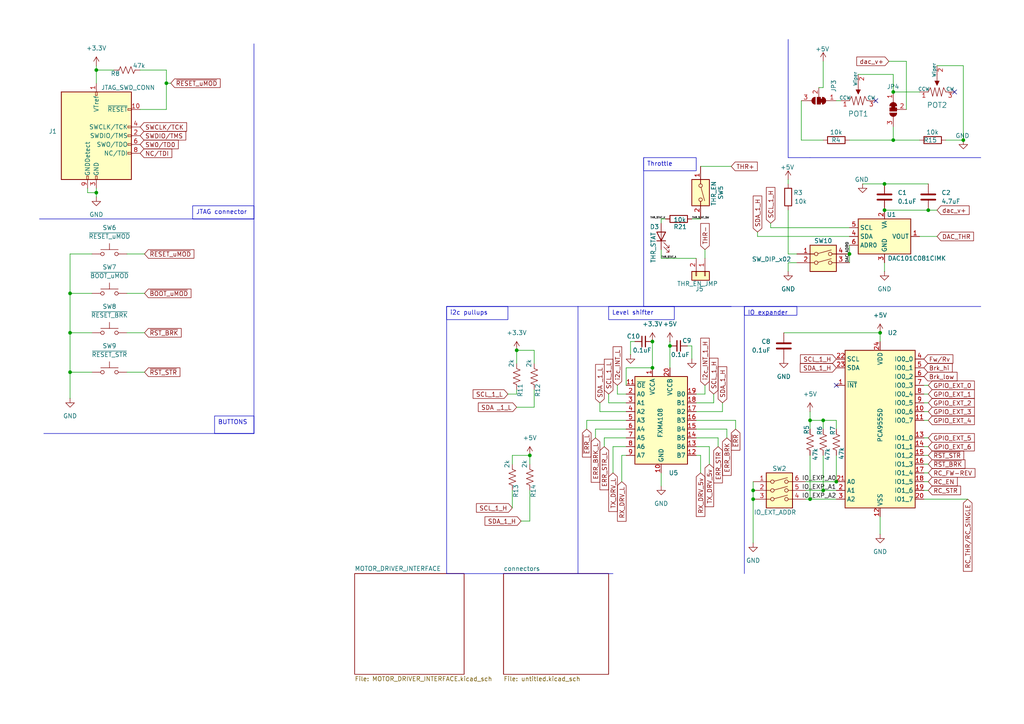
<source format=kicad_sch>
(kicad_sch (version 20231120) (generator "eeschema") (generator_version "8.0")
  (paper "A4")
  (title_block (title "AAV Edge Main") (date "2025-01-31") (rev "1") (company "Charlie Wadds"))
  (lib_symbols
    (symbol "Analog_DAC:DAC101C081CIMK"
      (property "Reference" "U" (at 2.54 8.89 0))
      (property "Value" "DAC101C081CIMK" (at 8.89 6.35 0))
      (symbol "DAC101C081CIMK_0_1"
        (rectangle (start -7.62 -5.08) (end 7.62 5.08) (stroke (width 0.254)) (fill (type background)))
      )
      (symbol "DAC101C081CIMK_1_1"
        (pin output line (at 10.16 0 180) (length 2.54) (name "VOUT") (number "1"))
        (pin power_in line (at 0 7.62 270) (length 2.54) (name "VA") (number "2"))
        (pin power_in line (at 0 -7.62 90) (length 2.54) (name "GND") (number "3"))
        (pin bidirectional line (at -10.16 0 0) (length 2.54) (name "SDA") (number "4"))
        (pin input line (at -10.16 2.54 0) (length 2.54) (name "SCL") (number "5"))
        (pin input line (at -10.16 -2.54 0) (length 2.54) (name "ADR0") (number "6"))
      )
    )
    (symbol "Connector:Conn_ARM_JTAG_SWD_10" (pin_names (offset 1.016))
      (property "Reference" "J" (at -2.54 16.51 0))
      (property "Value" "Conn_ARM_JTAG_SWD_10" (at -2.54 13.97 0))
      (symbol "Conn_ARM_JTAG_SWD_10_0_1"
        (rectangle (start -10.16 12.7) (end 10.16 -12.7) (stroke (width 0.254)) (fill (type background)))
        (rectangle (start -2.794 -12.7) (end -2.286 -11.684))
        (rectangle (start -0.254 -12.7) (end 0.254 -11.684))
        (rectangle (start -0.254 12.7) (end 0.254 11.684))
        (rectangle (start 9.144 2.286) (end 10.16 2.794))
        (rectangle (start 10.16 -2.794) (end 9.144 -2.286))
        (rectangle (start 10.16 -0.254) (end 9.144 0.254))
        (rectangle (start 10.16 7.874) (end 9.144 7.366))
      )
      (symbol "Conn_ARM_JTAG_SWD_10_1_1"
        (rectangle (start 9.144 -5.334) (end 10.16 -4.826))
        (pin power_in line (at 0 15.24 270) (length 2.54) (name "VTref") (number "1"))
        (pin open_collector line (at 12.7 7.62 180) (length 2.54) (name "~{RESET}") (number "10"))
        (pin bidirectional line (at 12.7 0 180) (length 2.54) (name "SWDIO/TMS") (number "2"))
        (pin power_in line (at 0 -15.24 90) (length 2.54) (name "GND") (number "3"))
        (pin output line (at 12.7 2.54 180) (length 2.54) (name "SWCLK/TCK") (number "4"))
        (pin passive line (at 0 -15.24 90) (length 2.54) hide (name "GND") (number "5"))
        (pin input line (at 12.7 -2.54 180) (length 2.54) (name "SWO/TDO") (number "6"))
        (pin no_connect line (at -10.16 0 0) (length 2.54) hide (name "KEY") (number "7"))
        (pin output line (at 12.7 -5.08 180) (length 2.54) (name "NC/TDI") (number "8"))
        (pin passive line (at -2.54 -15.24 90) (length 2.54) (name "GNDDetect") (number "9"))
      )
    )
    (symbol "Device:C" (pin_numbers hide) (pin_names (offset 0.254))
      (property "Reference" "C" (at 0.635 2.54 0))
      (property "Value" "C" (at 0.635 -2.54 0))
      (symbol "C_0_1"
        (polyline (pts (xy -2.032 -0.762) (xy 2.032 -0.762)) (stroke (width 0.508)))
        (polyline (pts (xy -2.032 0.762) (xy 2.032 0.762)) (stroke (width 0.508)))
      )
      (symbol "C_1_1"
        (pin passive line (at 0 3.81 270) (length 2.794) (name "~") (number "1"))
        (pin passive line (at 0 -3.81 90) (length 2.794) (name "~") (number "2"))
      )
    )
    (symbol "Device:C_Small" (pin_numbers hide) (pin_names (offset 0.254) hide)
      (property "Reference" "C" (at 0.254 1.778 0))
      (property "Value" "C_Small" (at 0.254 -2.032 0))
      (symbol "C_Small_0_1"
        (polyline (pts (xy -1.524 -0.508) (xy 1.524 -0.508)) (stroke (width 0.3302)))
        (polyline (pts (xy -1.524 0.508) (xy 1.524 0.508)) (stroke (width 0.3048)))
      )
      (symbol "C_Small_1_1"
        (pin passive line (at 0 2.54 270) (length 2.032) (name "~") (number "1"))
        (pin passive line (at 0 -2.54 90) (length 2.032) (name "~") (number "2"))
      )
    )
    (symbol "Device:LED" (pin_numbers hide) (pin_names (offset 1.016) hide)
      (property "Reference" "D" (at 0 2.54 0))
      (property "Value" "LED" (at 0 -2.54 0))
      (symbol "LED_0_1"
        (polyline (pts (xy -1.27 -1.27) (xy -1.27 1.27)) (stroke (width 0.254)))
        (polyline (pts (xy -1.27 0) (xy 1.27 0)))
        (polyline (pts (xy 1.27 -1.27) (xy 1.27 1.27) (xy -1.27 0) (xy 1.27 -1.27)) (stroke (width 0.254)))
        (polyline (pts (xy -3.048 -0.762) (xy -4.572 -2.286) (xy -3.81 -2.286) (xy -4.572 -2.286) (xy -4.572 -1.524)))
        (polyline (pts (xy -1.778 -0.762) (xy -3.302 -2.286) (xy -2.54 -2.286) (xy -3.302 -2.286) (xy -3.302 -1.524)))
      )
      (symbol "LED_1_1"
        (pin passive line (at -3.81 0 0) (length 2.54) (name "K") (number "1"))
        (pin passive line (at 3.81 0 180) (length 2.54) (name "A") (number "2"))
      )
    )
    (symbol "Device:R" (pin_numbers hide) (pin_names (offset 0))
      (property "Reference" "R" (at 2.032 0 90))
      (property "Value" "R" (at 0 0 90))
      (symbol "R_0_1"
        (rectangle (start -1.016 -2.54) (end 1.016 2.54) (stroke (width 0.254)))
      )
      (symbol "R_1_1"
        (pin passive line (at 0 3.81 270) (length 1.27) (name "~") (number "1"))
        (pin passive line (at 0 -3.81 90) (length 1.27) (name "~") (number "2"))
      )
    )
    (symbol "Device:R_US" (pin_numbers hide) (pin_names (offset 0))
      (property "Reference" "R" (at 2.54 0 90))
      (property "Value" "R_US" (at -2.54 0 90))
      (symbol "R_US_0_1"
        (polyline (pts (xy 0 -2.286) (xy 0 -2.54)))
        (polyline (pts (xy 0 2.286) (xy 0 2.54)))
        (polyline (pts (xy 0 -0.762) (xy 1.016 -1.143) (xy 0 -1.524) (xy -1.016 -1.905) (xy 0 -2.286)))
        (polyline (pts (xy 0 0.762) (xy 1.016 0.381) (xy 0 0) (xy -1.016 -0.381) (xy 0 -0.762)))
        (polyline (pts (xy 0 2.286) (xy 1.016 1.905) (xy 0 1.524) (xy -1.016 1.143) (xy 0 0.762)))
      )
      (symbol "R_US_1_1"
        (pin passive line (at 0 3.81 270) (length 1.27) (name "~") (number "1"))
        (pin passive line (at 0 -3.81 90) (length 1.27) (name "~") (number "2"))
      )
    )
    (symbol "Interface_Expansion:PCA9555D"
      (property "Reference" "U" (at -8.89 24.13 0))
      (property "Value" "PCA9555D" (at 6.35 24.13 0))
      (symbol "PCA9555D_0_1"
        (rectangle (start -10.16 22.86) (end 10.16 -22.86) (stroke (width 0.254)) (fill (type background)))
      )
      (symbol "PCA9555D_1_1"
        (pin open_collector line (at -12.7 12.7 0) (length 2.54) (name "~{INT}") (number "1"))
        (pin bidirectional line (at 12.7 5.08 180) (length 2.54) (name "IO0_6") (number "10"))
        (pin bidirectional line (at 12.7 2.54 180) (length 2.54) (name "IO0_7") (number "11"))
        (pin power_in line (at 0 -25.4 90) (length 2.54) (name "VSS") (number "12"))
        (pin bidirectional line (at 12.7 -2.54 180) (length 2.54) (name "IO1_0") (number "13"))
        (pin bidirectional line (at 12.7 -5.08 180) (length 2.54) (name "IO1_1") (number "14"))
        (pin bidirectional line (at 12.7 -7.62 180) (length 2.54) (name "IO1_2") (number "15"))
        (pin bidirectional line (at 12.7 -10.16 180) (length 2.54) (name "IO1_3") (number "16"))
        (pin bidirectional line (at 12.7 -12.7 180) (length 2.54) (name "IO1_4") (number "17"))
        (pin bidirectional line (at 12.7 -15.24 180) (length 2.54) (name "IO1_5") (number "18"))
        (pin bidirectional line (at 12.7 -17.78 180) (length 2.54) (name "IO1_6") (number "19"))
        (pin input line (at -12.7 -17.78 0) (length 2.54) (name "A1") (number "2"))
        (pin bidirectional line (at 12.7 -20.32 180) (length 2.54) (name "IO1_7") (number "20"))
        (pin input line (at -12.7 -15.24 0) (length 2.54) (name "A0") (number "21"))
        (pin input line (at -12.7 20.32 0) (length 2.54) (name "SCL") (number "22"))
        (pin bidirectional line (at -12.7 17.78 0) (length 2.54) (name "SDA") (number "23"))
        (pin power_in line (at 0 25.4 270) (length 2.54) (name "VDD") (number "24"))
        (pin input line (at -12.7 -20.32 0) (length 2.54) (name "A2") (number "3"))
        (pin bidirectional line (at 12.7 20.32 180) (length 2.54) (name "IO0_0") (number "4"))
        (pin bidirectional line (at 12.7 17.78 180) (length 2.54) (name "IO0_1") (number "5"))
        (pin bidirectional line (at 12.7 15.24 180) (length 2.54) (name "IO0_2") (number "6"))
        (pin bidirectional line (at 12.7 12.7 180) (length 2.54) (name "IO0_3") (number "7"))
        (pin bidirectional line (at 12.7 10.16 180) (length 2.54) (name "IO0_4") (number "8"))
        (pin bidirectional line (at 12.7 7.62 180) (length 2.54) (name "IO0_5") (number "9"))
      )
    )
    (symbol "Jumper:SolderJumper_3_Bridged12" (pin_names (offset 0) hide) (exclude_from_sim yes) (in_bom no)
      (property "Reference" "JP" (at -2.54 -2.54 0))
      (property "Value" "SolderJumper_3_Bridged12" (at 0 2.794 0))
      (symbol "SolderJumper_3_Bridged12_0_1"
        (rectangle (start -1.016 0.508) (end -0.508 -0.508) (fill (type outline)))
        (arc (start -1.016 1.016) (mid -2.0276 0) (end -1.016 -1.016))
        (arc (start -1.016 1.016) (mid -2.0276 0) (end -1.016 -1.016) (fill (type outline)))
        (rectangle (start -0.508 1.016) (end 0.508 -1.016) (fill (type outline)))
        (polyline (pts (xy -2.54 0) (xy -2.032 0)))
        (polyline (pts (xy -1.016 1.016) (xy -1.016 -1.016)))
        (polyline (pts (xy 0 -1.27) (xy 0 -1.016)))
        (polyline (pts (xy 1.016 1.016) (xy 1.016 -1.016)))
        (polyline (pts (xy 2.54 0) (xy 2.032 0)))
        (arc (start 1.016 -1.016) (mid 2.0276 0) (end 1.016 1.016))
        (arc (start 1.016 -1.016) (mid 2.0276 0) (end 1.016 1.016) (fill (type outline)))
      )
      (symbol "SolderJumper_3_Bridged12_1_1"
        (pin passive line (at -5.08 0 0) (length 2.54) (name "A") (number "1"))
        (pin passive line (at 0 -3.81 90) (length 2.54) (name "C") (number "2"))
        (pin passive line (at 5.08 0 180) (length 2.54) (name "B") (number "3"))
      )
    )
    (symbol "Logic_LevelTranslator:FXMA108"
      (property "Reference" "U" (at -6.35 13.97 0))
      (property "Value" "FXMA108" (at 7.62 13.97 0))
      (symbol "FXMA108_1_1"
        (rectangle (start -7.62 12.7) (end 7.62 -12.7) (stroke (width 0.254)) (fill (type background)))
        (pin power_in line (at -2.54 15.24 270) (length 2.54) (name "VCCA") (number "1"))
        (pin power_in line (at 0 -15.24 90) (length 2.54) (name "GND") (number "10"))
        (pin input line (at -10.16 10.16 0) (length 2.54) (name "~{OE}") (number "11"))
        (pin bidirectional line (at 10.16 -10.16 180) (length 2.54) (name "B7") (number "12"))
        (pin bidirectional line (at 10.16 -7.62 180) (length 2.54) (name "B6") (number "13"))
        (pin bidirectional line (at 10.16 -5.08 180) (length 2.54) (name "B5") (number "14"))
        (pin bidirectional line (at 10.16 -2.54 180) (length 2.54) (name "B4") (number "15"))
        (pin bidirectional line (at 10.16 0 180) (length 2.54) (name "B3") (number "16"))
        (pin bidirectional line (at 10.16 2.54 180) (length 2.54) (name "B2") (number "17"))
        (pin bidirectional line (at 10.16 5.08 180) (length 2.54) (name "B1") (number "18"))
        (pin bidirectional line (at 10.16 7.62 180) (length 2.54) (name "B0") (number "19"))
        (pin bidirectional line (at -10.16 7.62 0) (length 2.54) (name "A0") (number "2"))
        (pin power_in line (at 2.54 15.24 270) (length 2.54) (name "VCCB") (number "20"))
        (pin no_connect line (at 2.54 -12.7 90) (length 2.54) hide (name "NC") (number "21"))
        (pin bidirectional line (at -10.16 5.08 0) (length 2.54) (name "A1") (number "3"))
        (pin bidirectional line (at -10.16 2.54 0) (length 2.54) (name "A2") (number "4"))
        (pin bidirectional line (at -10.16 0 0) (length 2.54) (name "A3") (number "5"))
        (pin bidirectional line (at -10.16 -2.54 0) (length 2.54) (name "A4") (number "6"))
        (pin bidirectional line (at -10.16 -5.08 0) (length 2.54) (name "A5") (number "7"))
        (pin bidirectional line (at -10.16 -7.62 0) (length 2.54) (name "A6") (number "8"))
        (pin bidirectional line (at -10.16 -10.16 0) (length 2.54) (name "A7") (number "9"))
      )
    )
    (symbol "PCM_4ms_Connector:Conn_01x02" (pin_names (offset 1.016) hide)
      (property "Reference" "J" (at 0 2.54 0))
      (property "Value" "Conn_01x02" (at 0 -5.08 0))
      (symbol "Conn_01x02_1_1"
        (rectangle (start -1.27 -2.413) (end 0 -2.667) (stroke (width 0.1524)))
        (rectangle (start -1.27 0.127) (end 0 -0.127) (stroke (width 0.1524)))
        (rectangle (start -1.27 1.27) (end 1.27 -3.81) (stroke (width 0.254)) (fill (type background)))
        (pin passive line (at -5.08 0 0) (length 3.81) (name "Pin_1") (number "1"))
        (pin passive line (at -5.08 -2.54 0) (length 3.81) (name "Pin_2") (number "2"))
      )
    )
    (symbol "Switch:SW_DIP_x01" (pin_names (offset 0) hide)
      (property "Reference" "SW" (at 0 3.81 0))
      (property "Value" "SW_DIP_x01" (at 0 -3.81 0))
      (symbol "SW_DIP_x01_0_0"
        (circle (center -2.032 0) (radius 0.508))
        (polyline (pts (xy -1.524 0.127) (xy 2.3622 1.1684)))
        (circle (center 2.032 0) (radius 0.508))
      )
      (symbol "SW_DIP_x01_0_1"
        (rectangle (start -3.81 2.54) (end 3.81 -2.54) (stroke (width 0.254)) (fill (type background)))
      )
      (symbol "SW_DIP_x01_1_1"
        (pin passive line (at -7.62 0 0) (length 5.08) (name "~") (number "1"))
        (pin passive line (at 7.62 0 180) (length 5.08) (name "~") (number "2"))
      )
    )
    (symbol "Switch:SW_DIP_x02" (pin_names (offset 0) hide)
      (property "Reference" "SW" (at 0 6.35 0))
      (property "Value" "SW_DIP_x02" (at 0 -3.81 0))
      (symbol "SW_DIP_x02_0_0"
        (circle (center -2.032 0) (radius 0.508))
        (circle (center -2.032 2.54) (radius 0.508))
        (polyline (pts (xy -1.524 0.127) (xy 2.3622 1.1684)))
        (polyline (pts (xy -1.524 2.667) (xy 2.3622 3.7084)))
        (circle (center 2.032 0) (radius 0.508))
        (circle (center 2.032 2.54) (radius 0.508))
      )
      (symbol "SW_DIP_x02_0_1"
        (rectangle (start -3.81 5.08) (end 3.81 -2.54) (stroke (width 0.254)) (fill (type background)))
      )
      (symbol "SW_DIP_x02_1_1"
        (pin passive line (at -7.62 2.54 0) (length 5.08) (name "~") (number "1"))
        (pin passive line (at -7.62 0 0) (length 5.08) (name "~") (number "2"))
        (pin passive line (at 7.62 0 180) (length 5.08) (name "~") (number "3"))
        (pin passive line (at 7.62 2.54 180) (length 5.08) (name "~") (number "4"))
      )
    )
    (symbol "Switch:SW_DIP_x03" (pin_names (offset 0) hide)
      (property "Reference" "SW" (at 0 6.35 0))
      (property "Value" "SW_DIP_x03" (at 0 -6.35 0))
      (symbol "SW_DIP_x03_0_0"
        (circle (center -2.032 -2.54) (radius 0.508))
        (circle (center -2.032 0) (radius 0.508))
        (circle (center -2.032 2.54) (radius 0.508))
        (polyline (pts (xy -1.524 -2.413) (xy 2.3622 -1.3716)))
        (polyline (pts (xy -1.524 0.127) (xy 2.3622 1.1684)))
        (polyline (pts (xy -1.524 2.667) (xy 2.3622 3.7084)))
        (circle (center 2.032 -2.54) (radius 0.508))
        (circle (center 2.032 0) (radius 0.508))
        (circle (center 2.032 2.54) (radius 0.508))
      )
      (symbol "SW_DIP_x03_0_1"
        (rectangle (start -3.81 5.08) (end 3.81 -5.08) (stroke (width 0.254)) (fill (type background)))
      )
      (symbol "SW_DIP_x03_1_1"
        (pin passive line (at -7.62 2.54 0) (length 5.08) (name "~") (number "1"))
        (pin passive line (at -7.62 0 0) (length 5.08) (name "~") (number "2"))
        (pin passive line (at -7.62 -2.54 0) (length 5.08) (name "~") (number "3"))
        (pin passive line (at 7.62 -2.54 180) (length 5.08) (name "~") (number "4"))
        (pin passive line (at 7.62 0 180) (length 5.08) (name "~") (number "5"))
        (pin passive line (at 7.62 2.54 180) (length 5.08) (name "~") (number "6"))
      )
    )
    (symbol "Switch:SW_Push" (pin_numbers hide) (pin_names (offset 1.016) hide)
      (property "Reference" "SW" (at 1.27 2.54 0))
      (property "Value" "SW_Push" (at 0 -1.524 0))
      (symbol "SW_Push_0_1"
        (circle (center -2.032 0) (radius 0.508))
        (polyline (pts (xy 0 1.27) (xy 0 3.048)))
        (polyline (pts (xy 2.54 1.27) (xy -2.54 1.27)))
        (circle (center 2.032 0) (radius 0.508))
        (pin passive line (at -5.08 0 0) (length 2.54) (name "1") (number "1"))
        (pin passive line (at 5.08 0 180) (length 2.54) (name "2") (number "2"))
      )
    )
    (symbol "dk_Trimmer-Potentiometers:TC33X-2-103E" (pin_names (offset 0))
      (property "Reference" "POT" (at -5.334 4.318 0))
      (property "Value" "TC33X-2-103E" (at 0.254 -2.794 0))
      (symbol "TC33X-2-103E_0_1"
        (polyline (pts (xy 0 5.08) (xy 0 3.175)))
        (polyline (pts (xy -0.635 3.175) (xy 0.635 3.175) (xy 0 1.905) (xy -0.635 3.175)) (fill (type outline)))
        (polyline (pts (xy -2.54 0) (xy -1.905 1.27) (xy -1.27 -1.27) (xy -0.635 1.27) (xy 0 -1.27) (xy 0.635 1.27) (xy 1.27 -1.27) (xy 1.905 1.27) (xy 2.54 0)))
      )
      (symbol "TC33X-2-103E_1_1"
        (pin passive line (at -5.08 0 0) (length 2.54) (name "CCW") (number "1"))
        (pin passive line (at 0 7.62 270) (length 2.54) (name "Wiper") (number "2"))
        (pin passive line (at 5.08 0 180) (length 2.54) (name "CW") (number "3"))
      )
    )
    (symbol "power:+5V" (power) (pin_numbers hide) (pin_names (offset 0) hide)
      (property "Value" "+5V" (at 0 3.556 0))
      (symbol "+5V_0_1"
        (polyline (pts (xy -0.762 1.27) (xy 0 2.54)))
        (polyline (pts (xy 0 0) (xy 0 2.54)))
        (polyline (pts (xy 0 2.54) (xy 0.762 1.27)))
      )
      (symbol "+5V_1_1"
        (pin power_in line (at 0 0 90) (length 0) (name "~") (number "1"))
      )
    )
    (symbol "power:GND" (power) (pin_numbers hide) (pin_names (offset 0) hide)
      (property "Value" "GND" (at 0 -3.81 0))
      (symbol "GND_0_1"
        (polyline (pts (xy 0 0) (xy 0 -1.27) (xy 1.27 -1.27) (xy 0 -2.54) (xy -1.27 -1.27) (xy 0 -1.27)))
      )
      (symbol "GND_1_1"
        (pin power_in line (at 0 0 270) (length 0) (name "~") (number "1"))
      )
    )
  )
  (junction (at 218.44 142.24))
  (junction (at 20.32 96.52))
  (junction (at 259.08 40.64))
  (junction (at 218.44 144.78))
  (junction (at 256.54 53.34))
  (junction (at 255.27 96.52))
  (junction (at 149.86 101.6))
  (junction (at 256.54 60.96))
  (junction (at 234.95 144.78))
  (junction (at 242.57 139.7))
  (junction (at 234.95 121.92))
  (junction (at 259.08 26.67))
  (junction (at 194.31 100.33))
  (junction (at 238.76 121.92))
  (junction (at 189.23 99.06))
  (junction (at 27.94 20.32))
  (junction (at 269.24 60.96))
  (junction (at 279.4 40.64))
  (junction (at 238.76 142.24))
  (junction (at 246.38 73.66))
  (junction (at 20.32 107.95))
  (junction (at 48.26 24.13))
  (junction (at 189.23 106.68))
  (junction (at 20.32 85.09))
  (junction (at 153.67 132.08))
  (junction (at 27.94 55.88))
  (no_connect (at 276.86 26.67))
  (no_connect (at 254 29.21))
  (no_connect (at 242.57 111.76))
  (wire (pts (xy 176.53 114.3) (xy 176.53 116.84)))
  (polyline (pts (xy 215.9 88.9) (xy 215.9 166.37)))
  (wire (pts (xy 179.07 111.76) (xy 179.07 114.3)))
  (wire (pts (xy 269.24 137.16) (xy 267.97 137.16)))
  (wire (pts (xy 191.77 72.39) (xy 191.77 74.93)))
  (wire (pts (xy 27.94 19.05) (xy 27.94 20.32)))
  (wire (pts (xy 189.23 99.06) (xy 189.23 106.68)))
  (wire (pts (xy 210.82 124.46) (xy 201.93 124.46)))
  (wire (pts (xy 259.08 21.59) (xy 259.08 26.67)))
  (wire (pts (xy 269.24 116.84) (xy 267.97 116.84)))
  (polyline (pts (xy 212.09 88.9) (xy 186.69 88.9)))
  (wire (pts (xy 218.44 144.78) (xy 218.44 142.24)))
  (wire (pts (xy 203.2 48.26) (xy 212.09 48.26)))
  (wire (pts (xy 20.32 107.95) (xy 20.32 115.57)))
  (wire (pts (xy 269.24 111.76) (xy 267.97 111.76)))
  (wire (pts (xy 233.68 144.78) (xy 234.95 144.78)))
  (wire (pts (xy 279.4 19.05) (xy 279.4 40.64)))
  (wire (pts (xy 191.77 74.93) (xy 201.93 74.93)))
  (wire (pts (xy 153.67 132.08) (xy 153.67 134.62)))
  (wire (pts (xy 154.94 101.6) (xy 149.86 101.6)))
  (wire (pts (xy 205.74 134.62) (xy 205.74 129.54)))
  (wire (pts (xy 203.2 63.5) (xy 200.66 63.5)))
  (wire (pts (xy 228.6 73.66) (xy 231.14 73.66)))
  (wire (pts (xy 175.26 129.54) (xy 175.26 127)))
  (wire (pts (xy 48.26 24.13) (xy 49.53 24.13)))
  (wire (pts (xy 205.74 129.54) (xy 201.93 129.54)))
  (wire (pts (xy 48.26 24.13) (xy 48.26 31.75)))
  (wire (pts (xy 181.61 106.68) (xy 189.23 106.68)))
  (wire (pts (xy 41.91 85.09) (xy 36.83 85.09)))
  (wire (pts (xy 269.24 134.62) (xy 267.97 134.62)))
  (wire (pts (xy 259.08 40.64) (xy 266.7 40.64)))
  (wire (pts (xy 223.52 66.04) (xy 246.38 66.04)))
  (wire (pts (xy 209.55 116.84) (xy 209.55 119.38)))
  (wire (pts (xy 149.86 113.03) (xy 149.86 114.3)))
  (wire (pts (xy 256.54 53.34) (xy 269.24 53.34)))
  (wire (pts (xy 173.99 119.38) (xy 181.61 119.38)))
  (wire (pts (xy 181.61 111.76) (xy 181.61 106.68)))
  (wire (pts (xy 147.32 114.3) (xy 149.86 114.3)))
  (wire (pts (xy 184.15 99.06) (xy 182.88 99.06)))
  (wire (pts (xy 219.71 68.58) (xy 246.38 68.58)))
  (wire (pts (xy 177.8 137.16) (xy 177.8 129.54)))
  (wire (pts (xy 36.83 96.52) (xy 41.91 96.52)))
  (wire (pts (xy 204.47 114.3) (xy 201.93 114.3)))
  (wire (pts (xy 271.78 19.05) (xy 279.4 19.05)))
  (wire (pts (xy 209.55 119.38) (xy 201.93 119.38)))
  (wire (pts (xy 194.31 100.33) (xy 194.31 106.68)))
  (wire (pts (xy 20.32 73.66) (xy 20.32 85.09)))
  (wire (pts (xy 27.94 55.88) (xy 27.94 57.15)))
  (wire (pts (xy 233.68 139.7) (xy 242.57 139.7)))
  (wire (pts (xy 41.91 73.66) (xy 36.83 73.66)))
  (wire (pts (xy 227.33 96.52) (xy 255.27 96.52)))
  (wire (pts (xy 27.94 54.61) (xy 27.94 55.88)))
  (wire (pts (xy 204.47 111.76) (xy 204.47 114.3)))
  (wire (pts (xy 20.32 96.52) (xy 26.67 96.52)))
  (wire (pts (xy 250.19 53.34) (xy 256.54 53.34)))
  (wire (pts (xy 223.52 66.04) (xy 223.52 64.77)))
  (wire (pts (xy 219.71 67.31) (xy 219.71 68.58)))
  (wire (pts (xy 40.64 31.75) (xy 48.26 31.75)))
  (wire (pts (xy 280.67 144.78) (xy 267.97 144.78)))
  (polyline (pts (xy 228.6 11.43) (xy 228.6 45.72)))
  (wire (pts (xy 149.86 101.6) (xy 149.86 105.41)))
  (wire (pts (xy 255.27 149.86) (xy 255.27 154.94)))
  (wire (pts (xy 172.72 124.46) (xy 181.61 124.46)))
  (wire (pts (xy 20.32 85.09) (xy 26.67 85.09)))
  (wire (pts (xy 246.38 71.12) (xy 246.38 73.66)))
  (wire (pts (xy 271.78 68.58) (xy 266.7 68.58)))
  (polyline (pts (xy 73.66 63.5) (xy 73.66 125.73)))
  (polyline (pts (xy 167.64 88.9) (xy 215.9 88.9)))
  (wire (pts (xy 269.24 114.3) (xy 267.97 114.3)))
  (wire (pts (xy 182.88 99.06) (xy 182.88 102.87)))
  (wire (pts (xy 228.6 76.2) (xy 231.14 76.2)))
  (wire (pts (xy 148.59 132.08) (xy 153.67 132.08)))
  (wire (pts (xy 269.24 132.08) (xy 267.97 132.08)))
  (wire (pts (xy 201.93 127) (xy 208.28 127)))
  (wire (pts (xy 213.36 121.92) (xy 201.93 121.92)))
  (polyline (pts (xy 11.43 63.5) (xy 73.66 63.5)))
  (wire (pts (xy 180.34 139.7) (xy 180.34 132.08)))
  (wire (pts (xy 269.24 129.54) (xy 267.97 129.54)))
  (wire (pts (xy 269.24 127) (xy 267.97 127)))
  (wire (pts (xy 246.38 40.64) (xy 259.08 40.64)))
  (wire (pts (xy 170.18 121.92) (xy 181.61 121.92)))
  (wire (pts (xy 176.53 116.84) (xy 181.61 116.84)))
  (polyline (pts (xy 234.95 45.72) (xy 228.6 45.72)))
  (wire (pts (xy 256.54 60.96) (xy 269.24 60.96)))
  (wire (pts (xy 207.01 116.84) (xy 201.93 116.84)))
  (wire (pts (xy 180.34 132.08) (xy 181.61 132.08)))
  (wire (pts (xy 259.08 26.67) (xy 266.7 26.67)))
  (wire (pts (xy 48.26 20.32) (xy 48.26 24.13)))
  (wire (pts (xy 228.6 60.96) (xy 228.6 73.66)))
  (wire (pts (xy 238.76 142.24) (xy 242.57 142.24)))
  (wire (pts (xy 242.57 29.21) (xy 243.84 29.21)))
  (wire (pts (xy 232.41 40.64) (xy 238.76 40.64)))
  (wire (pts (xy 269.24 119.38) (xy 267.97 119.38)))
  (wire (pts (xy 238.76 121.92) (xy 234.95 121.92)))
  (wire (pts (xy 218.44 139.7) (xy 218.44 142.24)))
  (polyline (pts (xy 234.95 45.72) (xy 284.48 45.72)))
  (polyline (pts (xy 12.7 125.73) (xy 73.66 125.73)))
  (wire (pts (xy 207.01 114.3) (xy 207.01 116.84)))
  (wire (pts (xy 269.24 121.92) (xy 267.97 121.92)))
  (wire (pts (xy 228.6 52.07) (xy 228.6 53.34)))
  (wire (pts (xy 194.31 99.06) (xy 194.31 100.33)))
  (wire (pts (xy 154.94 118.11) (xy 149.86 118.11)))
  (wire (pts (xy 238.76 121.92) (xy 238.76 124.46)))
  (wire (pts (xy 193.04 63.5) (xy 191.77 63.5)))
  (wire (pts (xy 25.4 55.88) (xy 27.94 55.88)))
  (wire (pts (xy 238.76 132.08) (xy 238.76 142.24)))
  (wire (pts (xy 148.59 142.24) (xy 148.59 147.32)))
  (wire (pts (xy 262.89 17.78) (xy 262.89 31.75)))
  (wire (pts (xy 153.67 151.13) (xy 151.13 151.13)))
  (wire (pts (xy 274.32 40.64) (xy 279.4 40.64)))
  (wire (pts (xy 199.39 100.33) (xy 200.66 100.33)))
  (wire (pts (xy 257.81 17.78) (xy 262.89 17.78)))
  (wire (pts (xy 200.66 100.33) (xy 200.66 104.14)))
  (wire (pts (xy 256.54 76.2) (xy 256.54 78.74)))
  (wire (pts (xy 237.49 25.4) (xy 238.76 25.4)))
  (wire (pts (xy 25.4 54.61) (xy 25.4 55.88)))
  (wire (pts (xy 26.67 73.66) (xy 20.32 73.66)))
  (wire (pts (xy 26.67 107.95) (xy 20.32 107.95)))
  (wire (pts (xy 153.67 142.24) (xy 153.67 151.13)))
  (polyline (pts (xy 284.48 88.9) (xy 215.9 88.9)))
  (wire (pts (xy 234.95 121.92) (xy 234.95 124.46)))
  (wire (pts (xy 203.2 132.08) (xy 201.93 132.08)))
  (wire (pts (xy 20.32 96.52) (xy 20.32 85.09)))
  (wire (pts (xy 242.57 121.92) (xy 238.76 121.92)))
  (wire (pts (xy 213.36 124.46) (xy 213.36 121.92)))
  (wire (pts (xy 259.08 40.64) (xy 259.08 36.83)))
  (polyline (pts (xy 129.54 166.37) (xy 177.8 166.37)))
  (polyline (pts (xy 167.64 88.9) (xy 129.54 88.9)))
  (polyline (pts (xy 186.69 45.72) (xy 186.69 88.9)))
  (wire (pts (xy 208.28 129.54) (xy 208.28 127)))
  (wire (pts (xy 36.83 107.95) (xy 41.91 107.95)))
  (wire (pts (xy 191.77 137.16) (xy 191.77 140.97)))
  (wire (pts (xy 175.26 127) (xy 181.61 127)))
  (wire (pts (xy 233.68 142.24) (xy 238.76 142.24)))
  (wire (pts (xy 218.44 144.78) (xy 218.44 157.48)))
  (wire (pts (xy 242.57 132.08) (xy 242.57 139.7)))
  (wire (pts (xy 40.64 20.32) (xy 48.26 20.32)))
  (wire (pts (xy 27.94 20.32) (xy 33.02 20.32)))
  (wire (pts (xy 234.95 132.08) (xy 234.95 144.78)))
  (wire (pts (xy 234.95 119.38) (xy 234.95 121.92)))
  (wire (pts (xy 148.59 134.62) (xy 148.59 132.08)))
  (wire (pts (xy 204.47 74.93) (xy 204.47 72.39)))
  (polyline (pts (xy 129.54 88.9) (xy 129.54 166.37)))
  (wire (pts (xy 255.27 96.52) (xy 255.27 99.06)))
  (wire (pts (xy 210.82 127) (xy 210.82 124.46)))
  (wire (pts (xy 173.99 116.84) (xy 173.99 119.38)))
  (wire (pts (xy 246.38 73.66) (xy 246.38 76.2)))
  (wire (pts (xy 179.07 114.3) (xy 181.61 114.3)))
  (wire (pts (xy 271.78 60.96) (xy 269.24 60.96)))
  (wire (pts (xy 269.24 142.24) (xy 267.97 142.24)))
  (wire (pts (xy 172.72 127) (xy 172.72 124.46)))
  (wire (pts (xy 269.24 139.7) (xy 267.97 139.7)))
  (polyline (pts (xy 73.66 12.7) (xy 73.66 63.5)))
  (polyline (pts (xy 167.64 166.37) (xy 167.64 88.9)))
  (wire (pts (xy 248.92 21.59) (xy 259.08 21.59)))
  (wire (pts (xy 154.94 105.41) (xy 154.94 101.6)))
  (wire (pts (xy 170.18 124.46) (xy 170.18 121.92)))
  (wire (pts (xy 232.41 29.21) (xy 232.41 40.64)))
  (wire (pts (xy 234.95 144.78) (xy 242.57 144.78)))
  (wire (pts (xy 238.76 17.78) (xy 238.76 25.4)))
  (wire (pts (xy 177.8 129.54) (xy 181.61 129.54)))
  (wire (pts (xy 27.94 20.32) (xy 27.94 24.13)))
  (wire (pts (xy 228.6 78.74) (xy 228.6 76.2)))
  (wire (pts (xy 242.57 124.46) (xy 242.57 121.92)))
  (wire (pts (xy 20.32 96.52) (xy 20.32 107.95)))
  (wire (pts (xy 191.77 63.5) (xy 191.77 64.77)))
  (wire (pts (xy 203.2 137.16) (xy 203.2 132.08)))
  (wire (pts (xy 154.94 113.03) (xy 154.94 118.11)))
  (text_box "Throttle" (at 186.69 45.72 0) (size 15.24 3.81) (effects (font (size 1.27 1.27)) (justify left top)))
  (text_box "IO expander" (at 215.9 88.9 0) (size 15.24 2.54) (effects (font (size 1.27 1.27)) (justify left top)))
  (text_box "JTAG connector\n" (at 55.88 59.69 0) (size 17.78 3.81) (effects (font (size 1.27 1.27)) (justify left top)))
  (text_box "i2c pullups" (at 129.54 88.9 0) (size 17.78 3.81) (effects (font (size 1.27 1.27)) (justify left top)))
  (text_box "Level shifter" (at 176.53 88.9 0) (size 19.05 3.81) (effects (font (size 1.27 1.27)) (justify left top)))
  (text_box "BUTTONS" (at 62.23 120.65 0) (size 11.43 5.08) (effects (font (size 1.27 1.27)) (justify left top)))
  (label "IO_EXP_A0" (at 242.57 139.7 180))
  (label "IO_EXP_A2" (at 242.57 144.78 180))
  (label "THR_STAT_K" (at 193.04 63.5 180) (effects (font (size 0.5 0.5))))
  (label "THR_STAT_A" (at 191.77 74.93 0) (effects (font (size 0.5 0.5))))
  (label "DAC_ADR0" (at 246.38 76.2 90) (effects (font (size 0.8 0.8))))
  (label "THR_STAT_SW" (at 200.66 63.5 0) (effects (font (size 0.5 0.5))))
  (label "IO_EXP_A1" (at 242.57 142.24 180))
  (global_label "ERR_BRK" (shape input) (at 210.82 127 270) (property "Intersheetrefs" "${INTERSHEET_REFS}" (effects (hide yes))))
  (global_label "SDA _1_L" (shape input) (at 173.99 116.84 90) (property "Intersheetrefs" "${INTERSHEET_REFS}" (effects (hide yes))))
  (global_label "SDA_1_H" (shape input) (at 151.13 151.13 180) (property "Intersheetrefs" "${INTERSHEET_REFS}" (effects (hide yes))))
  (global_label "ERR_STR" (shape input) (at 208.28 129.54 270) (property "Intersheetrefs" "${INTERSHEET_REFS}" (effects (hide yes))))
  (global_label "DAC_THR" (shape input) (at 271.78 68.58 0) (property "Intersheetrefs" "${INTERSHEET_REFS}" (effects (hide yes))))
  (global_label "~{RST_BRK}" (shape input) (at 41.91 96.52 0) (property "Intersheetrefs" "${INTERSHEET_REFS}" (effects (hide yes))))
  (global_label "SDA_1_H" (shape input) (at 219.71 67.31 90) (property "Intersheetrefs" "${INTERSHEET_REFS}" (effects (hide yes))))
  (global_label "RX_DRV_5v" (shape input) (at 203.2 137.16 270) (property "Intersheetrefs" "${INTERSHEET_REFS}" (effects (hide yes))))
  (global_label "SCL_1_H" (shape input) (at 223.52 64.77 90) (property "Intersheetrefs" "${INTERSHEET_REFS}" (effects (hide yes))))
  (global_label "~{RST_STR}" (shape input) (at 41.91 107.95 0) (property "Intersheetrefs" "${INTERSHEET_REFS}" (effects (hide yes))))
  (global_label "i2c_INT_1_H" (shape input) (at 204.47 111.76 90) (property "Intersheetrefs" "${INTERSHEET_REFS}" (effects (hide yes))))
  (global_label "SDA_1_H" (shape input) (at 209.55 116.84 90) (property "Intersheetrefs" "${INTERSHEET_REFS}" (effects (hide yes))))
  (global_label "SCL_1_H" (shape input) (at 148.59 147.32 180) (property "Intersheetrefs" "${INTERSHEET_REFS}" (effects (hide yes))))
  (global_label "GPIO_EXT_3" (shape input) (at 269.24 119.38 0) (property "Intersheetrefs" "${INTERSHEET_REFS}" (effects (hide yes))))
  (global_label "GPIO_EXT_0" (shape input) (at 269.24 111.76 0) (property "Intersheetrefs" "${INTERSHEET_REFS}" (effects (hide yes))))
  (global_label "~{ERR}" (shape input) (at 213.36 124.46 270) (property "Intersheetrefs" "${INTERSHEET_REFS}" (effects (hide yes))))
  (global_label "~{RESET_uMOD}" (shape input) (at 41.91 73.66 0) (property "Intersheetrefs" "${INTERSHEET_REFS}" (effects (hide yes))))
  (global_label "SCL_1_H" (shape input) (at 242.57 104.14 180) (property "Intersheetrefs" "${INTERSHEET_REFS}" (effects (hide yes))))
  (global_label "RC_FW-REV" (shape input) (at 269.24 137.16 0) (property "Intersheetrefs" "${INTERSHEET_REFS}" (effects (hide yes))))
  (global_label "~{BOOT_uMOD}" (shape input) (at 41.91 85.09 0) (property "Intersheetrefs" "${INTERSHEET_REFS}" (effects (hide yes))))
  (global_label "SW0{slash}TD0" (shape input) (at 40.64 41.91 0) (property "Intersheetrefs" "${INTERSHEET_REFS}" (effects (hide yes))))
  (global_label "GPIO_EXT_5" (shape input) (at 269.24 127 0) (property "Intersheetrefs" "${INTERSHEET_REFS}" (effects (hide yes))))
  (global_label "SWDIO{slash}TMS" (shape input) (at 40.64 39.37 0) (property "Intersheetrefs" "${INTERSHEET_REFS}" (effects (hide yes))))
  (global_label "i2c_INT_L" (shape input) (at 179.07 111.76 90) (property "Intersheetrefs" "${INTERSHEET_REFS}" (effects (hide yes))))
  (global_label "RC_THR{slash}RC_SINGLE" (shape input) (at 280.67 144.78 270) (property "Intersheetrefs" "${INTERSHEET_REFS}" (effects (hide yes))))
  (global_label "THR-" (shape input) (at 204.47 72.39 90) (property "Intersheetrefs" "${INTERSHEET_REFS}" (effects (hide yes))))
  (global_label "Brk_low" (shape input) (at 267.97 109.22 0) (property "Intersheetrefs" "${INTERSHEET_REFS}" (effects (hide yes))))
  (global_label "ERR_STR_L" (shape input) (at 175.26 129.54 270) (property "Intersheetrefs" "${INTERSHEET_REFS}" (effects (hide yes))))
  (global_label "GPIO_EXT_4" (shape input) (at 269.24 121.92 0) (property "Intersheetrefs" "${INTERSHEET_REFS}" (effects (hide yes))))
  (global_label "SCL_1_H" (shape input) (at 207.01 114.3 90) (property "Intersheetrefs" "${INTERSHEET_REFS}" (effects (hide yes))))
  (global_label "RC_EN" (shape input) (at 269.24 139.7 0) (property "Intersheetrefs" "${INTERSHEET_REFS}" (effects (hide yes))))
  (global_label "Fw{slash}Rv" (shape input) (at 267.97 104.14 0) (property "Intersheetrefs" "${INTERSHEET_REFS}" (effects (hide yes))))
  (global_label "TX_DRV_L" (shape input) (at 177.8 137.16 270) (property "Intersheetrefs" "${INTERSHEET_REFS}" (effects (hide yes))))
  (global_label "dac_v+" (shape input) (at 271.78 60.96 0) (property "Intersheetrefs" "${INTERSHEET_REFS}" (effects (hide yes))))
  (global_label "dac_v+" (shape input) (at 257.81 17.78 180) (property "Intersheetrefs" "${INTERSHEET_REFS}" (effects (hide yes))))
  (global_label "RX_DRV_L" (shape input) (at 180.34 139.7 270) (property "Intersheetrefs" "${INTERSHEET_REFS}" (effects (hide yes))))
  (global_label "NC{slash}TDI" (shape input) (at 40.64 44.45 0) (property "Intersheetrefs" "${INTERSHEET_REFS}" (effects (hide yes))))
  (global_label "GPIO_EXT_1" (shape input) (at 269.24 114.3 0) (property "Intersheetrefs" "${INTERSHEET_REFS}" (effects (hide yes))))
  (global_label "SWCLK{slash}TCK" (shape input) (at 40.64 36.83 0) (property "Intersheetrefs" "${INTERSHEET_REFS}" (effects (hide yes))))
  (global_label "Brk_hi" (shape input) (at 267.97 106.68 0) (property "Intersheetrefs" "${INTERSHEET_REFS}" (effects (hide yes))))
  (global_label "SCL_1_L" (shape input) (at 147.32 114.3 180) (property "Intersheetrefs" "${INTERSHEET_REFS}" (effects (hide yes))))
  (global_label "~{RST_BRK}" (shape input) (at 269.24 134.62 0) (property "Intersheetrefs" "${INTERSHEET_REFS}" (effects (hide yes))))
  (global_label "GPIO_EXT_6" (shape input) (at 269.24 129.54 0) (property "Intersheetrefs" "${INTERSHEET_REFS}" (effects (hide yes))))
  (global_label "RC_STR" (shape input) (at 269.24 142.24 0) (property "Intersheetrefs" "${INTERSHEET_REFS}" (effects (hide yes))))
  (global_label "THR+" (shape input) (at 212.09 48.26 0) (property "Intersheetrefs" "${INTERSHEET_REFS}" (effects (hide yes))))
  (global_label "TX_DRV_5v" (shape input) (at 205.74 134.62 270) (property "Intersheetrefs" "${INTERSHEET_REFS}" (effects (hide yes))))
  (global_label "SDA_1_H" (shape input) (at 242.57 106.68 180) (property "Intersheetrefs" "${INTERSHEET_REFS}" (effects (hide yes))))
  (global_label "SCL_1_L" (shape input) (at 176.53 114.3 90) (property "Intersheetrefs" "${INTERSHEET_REFS}" (effects (hide yes))))
  (global_label "~{RST_STR}" (shape input) (at 269.24 132.08 0) (property "Intersheetrefs" "${INTERSHEET_REFS}" (effects (hide yes))))
  (global_label "~{ERR_L}" (shape input) (at 170.18 124.46 270) (property "Intersheetrefs" "${INTERSHEET_REFS}" (effects (hide yes))))
  (global_label "ERR_BRK_L" (shape input) (at 172.72 127 270) (property "Intersheetrefs" "${INTERSHEET_REFS}" (effects (hide yes))))
  (global_label "GPIO_EXT_2" (shape input) (at 269.24 116.84 0) (property "Intersheetrefs" "${INTERSHEET_REFS}" (effects (hide yes))))
  (global_label "~{RESET_uMOD}" (shape input) (at 49.53 24.13 0) (property "Intersheetrefs" "${INTERSHEET_REFS}" (effects (hide yes))))
  (global_label "SDA _1_L" (shape input) (at 149.86 118.11 180) (property "Intersheetrefs" "${INTERSHEET_REFS}" (effects (hide yes))))
  (symbol (lib_id "PCM_4ms_Connector:Conn_01x02") (at 204.47 80.01 270) (unit 1)
    (property "Reference" "J5" (at 201.676 83.82 90) (effects (justify left)))
    (property "Value" "THR_EN_JMP" (at 196.342 82.296 90) (effects (justify left)))
    (property "Footprint" "Connector_PinHeader_1.27mm:PinHeader_1x02_P1.27mm_Horizontal" (effects (hide yes)))
    (property "Description" "HEADER 1x2 MALE PINS 0.100” 180deg" (effects (hide yes)))
    (property "Specifications" "Pins_01x02, Header, Male Pins, 1*2, spacing 2.54mm, straight pin" (effects (hide yes)))
    (property "Manufacturer" "TAD" (effects (hide yes)))
    (property "Part Number" "1-0201FBV0T" (effects (hide yes)))
  )
  (symbol (lib_id "power:GND") (at 256.54 78.74 0) (unit 1)
    (property "Reference" "#PWR04" (effects (hide yes)))
    (property "Value" "GND" (at 256.54 83.82 0))
    (property "Description" "Power symbol creates a global label with name \"GND\" , ground" (effects (hide yes)))
  )
  (symbol (lib_id "power:GND") (at 191.77 140.97 0) (unit 1)
    (property "Reference" "#PWR020" (effects (hide yes)))
    (property "Value" "GND" (at 191.77 146.05 0))
    (property "Description" "Power symbol creates a global label with name \"GND\" , ground" (effects (hide yes)))
  )
  (symbol (lib_id "Device:R_US") (at 149.86 109.22 180) (unit 1)
    (property "Reference" "R11" (at 150.876 111.252 90) (effects (justify left)))
    (property "Value" "2k" (at 148.336 104.14 90) (effects (justify left)))
    (property "Footprint" "Resistor_SMD:R_1206_3216Metric" (effects (hide yes)))
    (property "Description" "Resistor, US symbol" (effects (hide yes)))
  )
  (symbol (lib_id "Device:R_US") (at 242.57 128.27 0) (unit 1)
    (property "Reference" "R7" (at 241.554 126.238 90) (effects (justify left)))
    (property "Value" "47k" (at 244.094 133.35 90) (effects (justify left)))
    (property "Footprint" "Resistor_SMD:R_1206_3216Metric" (effects (hide yes)))
    (property "Description" "Resistor, US symbol" (effects (hide yes)))
  )
  (symbol (lib_id "Device:C_Small") (at 186.69 99.06 90) (mirror x) (unit 1)
    (property "Reference" "C10" (at 185.674 97.536 90) (effects (justify left)))
    (property "Value" "0.1uF" (at 188.976 101.6 90) (effects (justify left)))
    (property "Footprint" "Capacitor_SMD:C_1206_3216Metric" (effects (hide yes)))
    (property "Description" "Unpolarized capacitor, small symbol" (effects (hide yes)))
  )
  (symbol (lib_id "power:GND") (at 218.44 157.48 0) (unit 1)
    (property "Reference" "#PWR015" (effects (hide yes)))
    (property "Value" "GND" (at 218.44 162.56 0))
    (property "Description" "Power symbol creates a global label with name \"GND\" , ground" (effects (hide yes)))
  )
  (symbol (lib_id "power:+5V") (at 149.86 101.6 0) (unit 1)
    (property "Reference" "#PWR06" (effects (hide yes)))
    (property "Value" "+3.3V" (at 149.86 96.52 0))
    (property "Description" "Power symbol creates a global label with name \"+5V\"" (effects (hide yes)))
  )
  (symbol (lib_id "Switch:SW_Push") (at 31.75 73.66 0) (unit 1)
    (property "Reference" "SW6" (at 31.75 66.04 0))
    (property "Value" "~{RESET_uMOD}" (at 31.75 68.58 0))
    (property "Footprint" "Button_Switch_SMD:SW_Push_SPST_NO_Alps_SKRK" (effects (hide yes)))
    (property "Description" "Push button switch, generic, two pins" (effects (hide yes)))
  )
  (symbol (lib_id "Connector:Conn_ARM_JTAG_SWD_10") (at 27.94 39.37 0) (unit 1)
    (property "Reference" "J1" (at 16.51 38.0999 0) (effects (justify right)))
    (property "Value" "JTAG_SWD_CONN" (at 44.958 25.4 0) (effects (justify right)))
    (property "Footprint" "Connector_PinHeader_1.27mm:PinHeader_2x05_P1.27mm_Horizontal" (effects (hide yes)))
    (property "Datasheet" "http://infocenter.arm.com/help/topic/com.arm.doc.ddi0314h/DDI0314H_coresight_components_trm.pdf" (effects (hide yes)))
    (property "Description" "Cortex Debug Connector, standard ARM Cortex-M SWD and JTAG interface" (effects (hide yes)))
  )
  (symbol (lib_id "Device:R") (at 228.6 57.15 180) (unit 1)
    (property "Reference" "R3" (at 230.124 55.88 0) (effects (justify right)))
    (property "Value" "10k" (at 230.378 58.42 0) (effects (justify right)))
    (property "Footprint" "Resistor_SMD:R_1206_3216Metric" (effects (hide yes)))
    (property "Description" "Resistor" (effects (hide yes)))
  )
  (symbol (lib_id "power:+5V") (at 228.6 52.07 0) (unit 1)
    (property "Reference" "#PWR01" (effects (hide yes)))
    (property "Value" "+5V" (at 228.346 48.514 0))
    (property "Description" "Power symbol creates a global label with name \"+5V\"" (effects (hide yes)))
  )
  (symbol (lib_id "power:GND") (at 182.88 102.87 0) (mirror y) (unit 1)
    (property "Reference" "#PWR073" (effects (hide yes)))
    (property "Value" "GND" (effects (hide yes)))
    (property "Description" "Power symbol creates a global label with name \"GND\" , ground" (effects (hide yes)))
  )
  (symbol (lib_id "power:GND") (at 250.19 53.34 0) (unit 1)
    (property "Reference" "#PWR02" (effects (hide yes)))
    (property "Value" "GND" (at 249.936 52.07 0))
    (property "Description" "Power symbol creates a global label with name \"GND\" , ground" (effects (hide yes)))
  )
  (symbol (lib_id "Device:R_US") (at 148.59 138.43 180) (unit 1)
    (property "Reference" "R13" (at 149.606 140.462 90) (effects (justify left)))
    (property "Value" "2k" (at 147.066 133.35 90) (effects (justify left)))
    (property "Footprint" "Resistor_SMD:R_1206_3216Metric" (effects (hide yes)))
    (property "Description" "Resistor, US symbol" (effects (hide yes)))
  )
  (symbol (lib_id "power:GND") (at 228.6 78.74 0) (unit 1)
    (property "Reference" "#PWR066" (effects (hide yes)))
    (property "Value" "GND" (at 228.6 83.82 0))
    (property "Description" "Power symbol creates a global label with name \"GND\" , ground" (effects (hide yes)))
  )
  (symbol (lib_id "Device:C") (at 269.24 57.15 0) (unit 1)
    (property "Reference" "C2" (at 273.05 55.8799 0) (effects (justify left)))
    (property "Value" "4.7uF" (at 273.05 58.4199 0) (effects (justify left)))
    (property "Footprint" "Capacitor_SMD:C_1206_3216Metric" (effects (hide yes)))
    (property "Description" "Unpolarized capacitor" (effects (hide yes)))
  )
  (symbol (lib_id "Device:C_Small") (at 196.85 100.33 270) (unit 1)
    (property "Reference" "C9" (at 197.866 98.806 90) (effects (justify left)))
    (property "Value" "0.1uF" (at 194.564 102.87 90) (effects (justify left)))
    (property "Footprint" "Capacitor_SMD:C_1206_3216Metric" (effects (hide yes)))
    (property "Description" "Unpolarized capacitor, small symbol" (effects (hide yes)))
  )
  (symbol (lib_id "Switch:SW_DIP_x03") (at 226.06 142.24 0) (unit 1)
    (property "Reference" "SW2" (at 226.06 135.89 0))
    (property "Value" "IO_EXT_ADDR" (at 224.79 148.59 0))
    (property "Footprint" "Button_Switch_SMD:SW_DIP_SPSTx03_Slide_6.7x9.18mm_W6.73mm_P2.54mm_LowProfile_JPin" (effects (hide yes)))
    (property "Description" "3x DIP Switch, Single Pole Single Throw (SPST) switch, small symbol" (effects (hide yes)))
  )
  (symbol (lib_id "power:+5V") (at 189.23 99.06 0) (unit 1)
    (property "Reference" "#PWR018" (effects (hide yes)))
    (property "Value" "+3.3V" (at 189.23 93.98 0))
    (property "Description" "Power symbol creates a global label with name \"+5V\"" (effects (hide yes)))
  )
  (symbol (lib_id "Device:C") (at 227.33 100.33 0) (mirror x) (unit 1)
    (property "Reference" "C8" (at 223.52 99.0599 0) (effects (justify right)))
    (property "Value" "0.1uF" (at 223.52 101.5999 0) (effects (justify right)))
    (property "Footprint" "Capacitor_SMD:C_1206_3216Metric" (effects (hide yes)))
    (property "Description" "Unpolarized capacitor" (effects (hide yes)))
  )
  (symbol (lib_id "power:GND") (at 227.33 104.14 0) (unit 1)
    (property "Reference" "#PWR072" (effects (hide yes)))
    (property "Value" "GND" (at 227.33 109.22 0))
    (property "Description" "Power symbol creates a global label with name \"GND\" , ground" (effects (hide yes)))
  )
  (symbol (lib_id "Logic_LevelTranslator:FXMA108") (at 191.77 121.92 0) (unit 1)
    (property "Reference" "U5" (at 193.9641 137.16 0) (effects (justify left)))
    (property "Value" "FXMA108" (at 191.516 127 90) (effects (justify left)))
    (property "Footprint" "Package_DFN_QFN:WQFN-20-1EP_2.5x4.5mm_P0.5mm_EP1x2.9mm" (effects (hide yes)))
    (property "Datasheet" "http://www.onsemi.com/pub/Collateral/FXMA108-D.pdf" (effects (hide yes)))
    (property "Description" "Dual-Supply, 8-Bit Signal Translator with Configurable Voltage Supplies and Signals Levels, 3-State Outputs and Auto Direction Sensing, WQFN-20" (effects (hide yes)))
  )
  (symbol (lib_id "dk_Trimmer-Potentiometers:TC33X-2-103E") (at 248.92 29.21 0) (unit 1)
    (property "Reference" "POT1" (at 248.92 33.02 0) (effects (font (size 1.524 1.524))))
    (property "Value" "TC33X-2-103E" (effects (hide yes)))
    (property "Footprint" "Potentiometer_THT:Potentiometer_Bourns_3266W_Vertical" (effects (hide yes)))
    (property "Datasheet" "https://www.bourns.com/docs/Product-Datasheets/TC33.pdf" (effects (hide yes)))
    (property "Description" "TRIMMER 10K OHM 0.1W J LEAD TOP" (effects (hide yes)))
    (property "Digi-Key_PN" "TC33X-103ETR-ND" (effects (hide yes)))
    (property "MPN" "TC33X-2-103E" (effects (hide yes)))
    (property "Category" "Potentiometers, Variable Resistors" (effects (hide yes)))
    (property "Family" "Trimmer Potentiometers" (effects (hide yes)))
    (property "DK_Datasheet_Link" "https://www.bourns.com/docs/Product-Datasheets/TC33.pdf" (effects (hide yes)))
    (property "DK_Detail_Page" "/product-detail/en/bourns-inc/TC33X-2-103E/TC33X-103ETR-ND/612858" (effects (hide yes)))
    (property "Description_1" "TRIMMER 10K OHM 0.1W J LEAD TOP" (effects (hide yes)))
    (property "Manufacturer" "Bourns Inc." (effects (hide yes)))
    (property "Status" "Active" (effects (hide yes)))
  )
  (symbol (lib_id "power:+5V") (at 27.94 19.05 0) (unit 1)
    (property "Reference" "#PWR017" (effects (hide yes)))
    (property "Value" "+3.3V" (at 27.94 13.97 0))
    (property "Description" "Power symbol creates a global label with name \"+5V\"" (effects (hide yes)))
  )
  (symbol (lib_id "power:GND") (at 27.94 57.15 0) (unit 1)
    (property "Reference" "#PWR026" (effects (hide yes)))
    (property "Value" "GND" (at 27.94 62.23 0))
    (property "Description" "Power symbol creates a global label with name \"GND\" , ground" (effects (hide yes)))
  )
  (symbol (lib_id "power:GND") (at 279.4 40.64 0) (unit 1)
    (property "Reference" "#PWR014" (effects (hide yes)))
    (property "Value" "GND" (at 279.146 39.37 0))
    (property "Description" "Power symbol creates a global label with name \"GND\" , ground" (effects (hide yes)))
  )
  (symbol (lib_id "Device:R") (at 242.57 40.64 270) (unit 1)
    (property "Reference" "R4" (at 243.84 40.64 90) (effects (justify right)))
    (property "Value" "10k" (at 244.348 38.354 90) (effects (justify right)))
    (property "Footprint" "Resistor_SMD:R_1206_3216Metric" (effects (hide yes)))
    (property "Description" "Resistor" (effects (hide yes)))
  )
  (symbol (lib_id "Device:R_US") (at 238.76 128.27 0) (unit 1)
    (property "Reference" "R6" (at 237.744 126.238 90) (effects (justify left)))
    (property "Value" "47k" (at 240.03 133.604 90) (effects (justify left)))
    (property "Footprint" "Resistor_SMD:R_1206_3216Metric" (effects (hide yes)))
    (property "Description" "Resistor, US symbol" (effects (hide yes)))
  )
  (symbol (lib_id "power:GND") (at 200.66 104.14 0) (unit 1)
    (property "Reference" "#PWR074" (effects (hide yes)))
    (property "Value" "GND" (effects (hide yes)))
    (property "Description" "Power symbol creates a global label with name \"GND\" , ground" (effects (hide yes)))
  )
  (symbol (lib_id "power:+5V") (at 238.76 17.78 0) (unit 1)
    (property "Reference" "#PWR024" (effects (hide yes)))
    (property "Value" "+5V" (at 238.506 14.224 0))
    (property "Description" "Power symbol creates a global label with name \"+5V\"" (effects (hide yes)))
  )
  (symbol (lib_id "power:+5V") (at 153.67 132.08 0) (unit 1)
    (property "Reference" "#PWR07" (effects (hide yes)))
    (property "Value" "+5V" (at 153.67 127 0))
    (property "Description" "Power symbol creates a global label with name \"+5V\"" (effects (hide yes)))
  )
  (symbol (lib_id "Analog_DAC:DAC101C081CIMK") (at 256.54 68.58 0) (unit 1)
    (property "Reference" "U1" (at 258.572 62.23 0))
    (property "Value" "DAC101C081CIMK" (at 265.938 74.93 0))
    (property "Footprint" "Package_TO_SOT_SMD:SOT-23-6" (effects (hide yes)))
    (property "Datasheet" "http://www.ti.com/lit/ds/symlink/dac101c081.pdf" (effects (hide yes)))
    (property "Description" "10-bit Micropower DAC with I2C-Compatible Interface, SOT-23-6" (effects (hide yes)))
  )
  (symbol (lib_id "Interface_Expansion:PCA9555D") (at 255.27 124.46 0) (unit 1)
    (property "Reference" "U2" (at 257.4641 96.52 0) (effects (justify left)))
    (property "Value" "PCA9555D" (at 255.27 128.27 90) (effects (justify left)))
    (property "Footprint" "Package_SO:SOIC-24W_7.5x15.4mm_P1.27mm" (effects (hide yes)))
    (property "Datasheet" "https://www.nxp.com/docs/en/data-sheet/PCA9555.pdf" (effects (hide yes)))
    (property "Description" "IO expander 16 GPIO, I2C 400kHz, Interrupt, 2.3 - 5.5V, SOIC-24" (effects (hide yes)))
  )
  (symbol (lib_id "Device:R_US") (at 154.94 109.22 180) (unit 1)
    (property "Reference" "R12" (at 155.956 111.252 90) (effects (justify left)))
    (property "Value" "2k" (at 153.416 104.14 90) (effects (justify left)))
    (property "Footprint" "Resistor_SMD:R_1206_3216Metric" (effects (hide yes)))
    (property "Description" "Resistor, US symbol" (effects (hide yes)))
  )
  (symbol (lib_id "power:+5V") (at 255.27 96.52 0) (unit 1)
    (property "Reference" "#PWR03" (effects (hide yes)))
    (property "Value" "+5V" (at 255.27 91.44 0))
    (property "Description" "Power symbol creates a global label with name \"+5V\"" (effects (hide yes)))
  )
  (symbol (lib_id "Switch:SW_Push") (at 31.75 107.95 0) (unit 1)
    (property "Reference" "SW9" (at 31.75 100.33 0))
    (property "Value" "~{RESET_STR}" (at 31.75 102.87 0))
    (property "Footprint" "Button_Switch_SMD:SW_Push_SPST_NO_Alps_SKRK" (effects (hide yes)))
    (property "Description" "Push button switch, generic, two pins" (effects (hide yes)))
  )
  (symbol (lib_id "power:+5V") (at 194.31 99.06 0) (unit 1)
    (property "Reference" "#PWR019" (effects (hide yes)))
    (property "Value" "+5V" (at 194.31 93.98 0))
    (property "Description" "Power symbol creates a global label with name \"+5V\"" (effects (hide yes)))
  )
  (symbol (lib_id "Switch:SW_DIP_x01") (at 203.2 55.88 270) (unit 1)
    (property "Reference" "SW5" (at 209.042 55.88 0))
    (property "Value" "THR_EN" (at 207.01 56.134 0))
    (property "Footprint" "Button_Switch_SMD:SW_DIP_SPSTx01_Slide_6.7x4.1mm_W6.73mm_P2.54mm_LowProfile_JPin" (effects (hide yes)))
    (property "Description" "1x DIP Switch, Single Pole Single Throw (SPST) switch, small symbol" (effects (hide yes)))
  )
  (symbol (lib_id "power:GND") (at 20.32 115.57 0) (unit 1)
    (property "Reference" "#PWR034" (effects (hide yes)))
    (property "Value" "GND" (at 20.32 120.65 0))
    (property "Description" "Power symbol creates a global label with name \"GND\" , ground" (effects (hide yes)))
  )
  (symbol (lib_id "power:+5V") (at 234.95 119.38 0) (unit 1)
    (property "Reference" "#PWR016" (effects (hide yes)))
    (property "Value" "+5V" (at 234.95 114.3 0))
    (property "Description" "Power symbol creates a global label with name \"+5V\"" (effects (hide yes)))
  )
  (symbol (lib_id "Switch:SW_DIP_x02") (at 238.76 76.2 0) (unit 1)
    (property "Reference" "SW10" (at 238.76 69.85 0))
    (property "Value" "SW_DIP_x02" (at 223.774 75.184 0))
    (property "Footprint" "Button_Switch_SMD:SW_DIP_SPSTx02_Slide_6.7x6.64mm_W6.73mm_P2.54mm_LowProfile_JPin" (effects (hide yes)))
    (property "Description" "2x DIP Switch, Single Pole Single Throw (SPST) switch, small symbol" (effects (hide yes)))
  )
  (symbol (lib_id "Device:LED") (at 191.77 68.58 90) (unit 1)
    (property "Reference" "D3" (at 188.468 65.786 90) (effects (justify right)))
    (property "Value" "THR_STAT" (at 189.484 67.31 0) (effects (justify right)))
    (property "Footprint" "LED_SMD:LED_0805_2012Metric" (effects (hide yes)))
    (property "Description" "Light emitting diode" (effects (hide yes)))
  )
  (symbol (lib_id "Device:C") (at 256.54 57.15 0) (unit 1)
    (property "Reference" "C1" (at 260.35 55.8799 0) (effects (justify left)))
    (property "Value" "0.1uF" (at 260.35 58.4199 0) (effects (justify left)))
    (property "Footprint" "Capacitor_SMD:C_1206_3216Metric" (effects (hide yes)))
    (property "Description" "Unpolarized capacitor" (effects (hide yes)))
  )
  (symbol (lib_id "Switch:SW_Push") (at 31.75 85.09 0) (unit 1)
    (property "Reference" "SW7" (at 31.75 77.47 0))
    (property "Value" "~{BOOT_uMOD}" (at 31.75 80.01 0))
    (property "Footprint" "Button_Switch_SMD:SW_Push_SPST_NO_Alps_SKRK" (effects (hide yes)))
    (property "Description" "Push button switch, generic, two pins" (effects (hide yes)))
  )
  (symbol (lib_id "Device:R") (at 196.85 63.5 270) (unit 1)
    (property "Reference" "R21" (at 195.326 65.786 90) (effects (justify left)))
    (property "Value" "10k" (at 195.326 63.754 90) (effects (justify left)))
    (property "Footprint" "Resistor_SMD:R_1206_3216Metric" (effects (hide yes)))
    (property "Description" "Resistor" (effects (hide yes)))
  )
  (symbol (lib_id "Device:R_US") (at 36.83 20.32 90) (unit 1)
    (property "Reference" "R8" (at 34.798 21.336 90) (effects (justify left)))
    (property "Value" "47k" (at 42.164 19.05 90) (effects (justify left)))
    (property "Footprint" "Resistor_SMD:R_1206_3216Metric" (effects (hide yes)))
    (property "Description" "Resistor, US symbol" (effects (hide yes)))
  )
  (symbol (lib_id "Device:R") (at 270.51 40.64 270) (unit 1)
    (property "Reference" "R15" (at 271.78 40.64 90) (effects (justify right)))
    (property "Value" "10k" (at 272.288 38.354 90) (effects (justify right)))
    (property "Footprint" "Resistor_SMD:R_1206_3216Metric" (effects (hide yes)))
    (property "Description" "Resistor" (effects (hide yes)))
  )
  (symbol (lib_id "Device:R_US") (at 234.95 128.27 0) (unit 1)
    (property "Reference" "R5" (at 233.934 125.984 90) (effects (justify left)))
    (property "Value" "47k" (at 236.474 133.604 90) (effects (justify left)))
    (property "Footprint" "Resistor_SMD:R_1206_3216Metric" (effects (hide yes)))
    (property "Description" "Resistor, US symbol" (effects (hide yes)))
  )
  (symbol (lib_id "Jumper:SolderJumper_3_Bridged12") (at 237.49 29.21 180) (unit 1) (exclude_from_sim yes) (in_bom no)
    (property "Reference" "JP3" (at 241.808 23.114 90) (effects (justify left)))
    (property "Value" "POT_HIGH_BYPASS" (effects (hide yes)))
    (property "Footprint" "Jumper:SolderJumper-3_P1.3mm_Bridged12_Pad1.0x1.5mm" (effects (hide yes)))
    (property "Description" "3-pole Solder Jumper, pins 1+2 closed/bridged" (effects (hide yes)))
  )
  (symbol (lib_id "Device:R_US") (at 153.67 138.43 180) (unit 1)
    (property "Reference" "R14" (at 154.686 140.462 90) (effects (justify left)))
    (property "Value" "2k" (at 152.146 133.35 90) (effects (justify left)))
    (property "Footprint" "Resistor_SMD:R_1206_3216Metric" (effects (hide yes)))
    (property "Description" "Resistor, US symbol" (effects (hide yes)))
  )
  (symbol (lib_id "Switch:SW_Push") (at 31.75 96.52 0) (unit 1)
    (property "Reference" "SW8" (at 31.75 88.9 0))
    (property "Value" "~{RESET_BRK}" (at 31.75 91.44 0))
    (property "Footprint" "Button_Switch_SMD:SW_Push_SPST_NO_Alps_SKRK" (effects (hide yes)))
    (property "Description" "Push button switch, generic, two pins" (effects (hide yes)))
  )
  (symbol (lib_id "Jumper:SolderJumper_3_Bridged12") (at 259.08 31.75 90) (mirror x) (unit 1) (exclude_from_sim yes) (in_bom no)
    (property "Reference" "JP4" (at 260.858 25.146 90) (effects (justify left)))
    (property "Value" "POT_LOW_BYPASS" (effects (hide yes)))
    (property "Footprint" "Jumper:SolderJumper-3_P1.3mm_Bridged12_Pad1.0x1.5mm" (effects (hide yes)))
    (property "Description" "3-pole Solder Jumper, pins 1+2 closed/bridged" (effects (hide yes)))
  )
  (symbol (lib_id "dk_Trimmer-Potentiometers:TC33X-2-103E") (at 271.78 26.67 0) (unit 1)
    (property "Reference" "POT2" (at 271.78 30.48 0) (effects (font (size 1.524 1.524))))
    (property "Value" "TC33X-2-103E" (effects (hide yes)))
    (property "Footprint" "Potentiometer_THT:Potentiometer_Bourns_3266W_Vertical" (effects (hide yes)))
    (property "Datasheet" "https://www.bourns.com/docs/Product-Datasheets/TC33.pdf" (effects (hide yes)))
    (property "Description" "TRIMMER 10K OHM 0.1W J LEAD TOP" (effects (hide yes)))
    (property "Digi-Key_PN" "TC33X-103ETR-ND" (effects (hide yes)))
    (property "MPN" "TC33X-2-103E" (effects (hide yes)))
    (property "Category" "Potentiometers, Variable Resistors" (effects (hide yes)))
    (property "Family" "Trimmer Potentiometers" (effects (hide yes)))
    (property "DK_Datasheet_Link" "https://www.bourns.com/docs/Product-Datasheets/TC33.pdf" (effects (hide yes)))
    (property "DK_Detail_Page" "/product-detail/en/bourns-inc/TC33X-2-103E/TC33X-103ETR-ND/612858" (effects (hide yes)))
    (property "Description_1" "TRIMMER 10K OHM 0.1W J LEAD TOP" (effects (hide yes)))
    (property "Manufacturer" "Bourns Inc." (effects (hide yes)))
    (property "Status" "Active" (effects (hide yes)))
  )
  (symbol (lib_id "power:GND") (at 255.27 154.94 0) (unit 1)
    (property "Reference" "#PWR05" (effects (hide yes)))
    (property "Value" "GND" (at 255.27 160.02 0))
    (property "Description" "Power symbol creates a global label with name \"GND\" , ground" (effects (hide yes)))
  )
  (sheet (at 102.87 166.37) (size 31.75 29.21) (stroke (width 0.1524))
    (property "Sheetname" "MOTOR_DRIVER_INTERFACE" (at 102.87 165.6584 0) (effects (justify left bottom)))
    (property "Sheetfile" "MOTOR_DRIVER_INTERFACE.kicad_sch" (at 102.87 196.1646 0) (effects (justify left top)))
  )
  (sheet (at 146.05 166.37) (size 30.48 29.21) (stroke (width 0.1524))
    (property "Sheetname" "connectors" (at 146.05 165.6584 0) (effects (justify left bottom)))
    (property "Sheetfile" "untitled.kicad_sch" (at 146.05 196.1646 0) (effects (justify left top)))
  )
)
</source>
